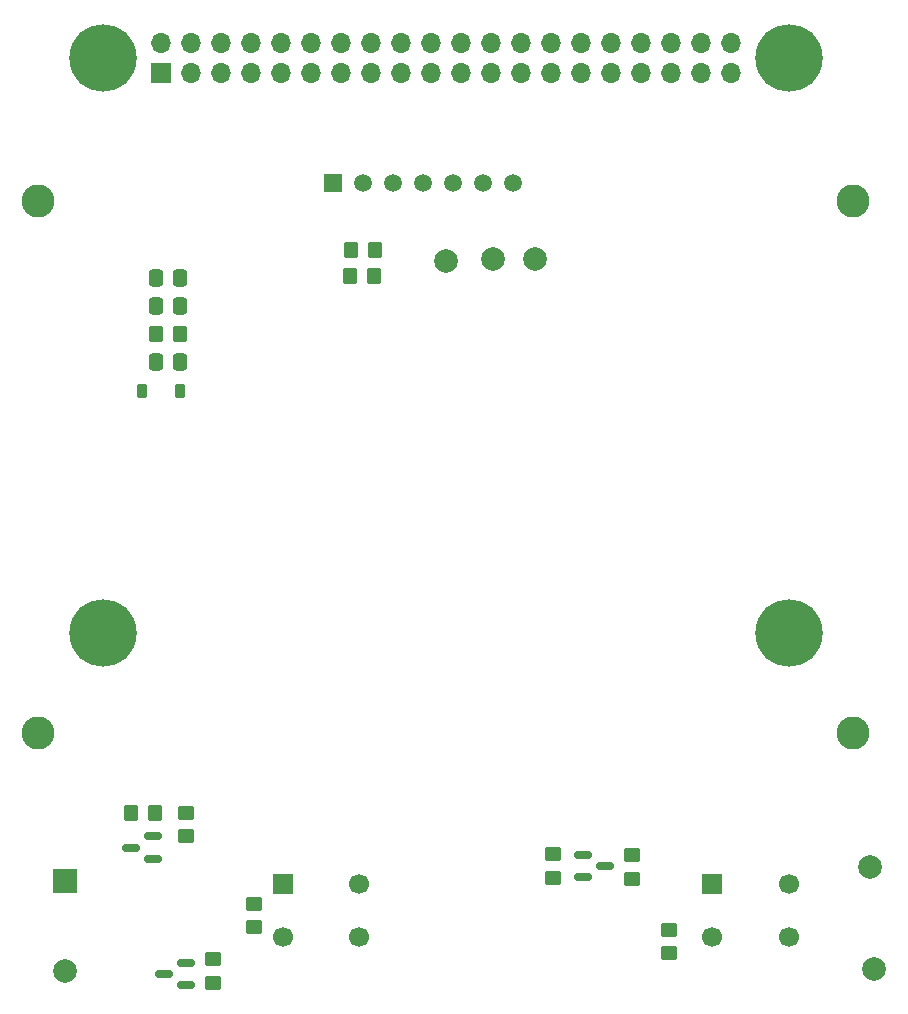
<source format=gbr>
%TF.GenerationSoftware,KiCad,Pcbnew,8.0.9-8.0.9-0~ubuntu24.04.1*%
%TF.CreationDate,2025-11-19T12:46:58-08:00*%
%TF.ProjectId,rover_monitor_r2,726f7665-725f-46d6-9f6e-69746f725f72,rev?*%
%TF.SameCoordinates,Original*%
%TF.FileFunction,Soldermask,Bot*%
%TF.FilePolarity,Negative*%
%FSLAX46Y46*%
G04 Gerber Fmt 4.6, Leading zero omitted, Abs format (unit mm)*
G04 Created by KiCad (PCBNEW 8.0.9-8.0.9-0~ubuntu24.04.1) date 2025-11-19 12:46:58*
%MOMM*%
%LPD*%
G01*
G04 APERTURE LIST*
G04 Aperture macros list*
%AMRoundRect*
0 Rectangle with rounded corners*
0 $1 Rounding radius*
0 $2 $3 $4 $5 $6 $7 $8 $9 X,Y pos of 4 corners*
0 Add a 4 corners polygon primitive as box body*
4,1,4,$2,$3,$4,$5,$6,$7,$8,$9,$2,$3,0*
0 Add four circle primitives for the rounded corners*
1,1,$1+$1,$2,$3*
1,1,$1+$1,$4,$5*
1,1,$1+$1,$6,$7*
1,1,$1+$1,$8,$9*
0 Add four rect primitives between the rounded corners*
20,1,$1+$1,$2,$3,$4,$5,0*
20,1,$1+$1,$4,$5,$6,$7,0*
20,1,$1+$1,$6,$7,$8,$9,0*
20,1,$1+$1,$8,$9,$2,$3,0*%
G04 Aperture macros list end*
%ADD10C,3.600000*%
%ADD11C,5.700000*%
%ADD12R,2.000000X2.000000*%
%ADD13C,2.000000*%
%ADD14RoundRect,0.250000X-0.350000X-0.450000X0.350000X-0.450000X0.350000X0.450000X-0.350000X0.450000X0*%
%ADD15RoundRect,0.250000X0.450000X-0.350000X0.450000X0.350000X-0.450000X0.350000X-0.450000X-0.350000X0*%
%ADD16RoundRect,0.250000X-0.337500X-0.475000X0.337500X-0.475000X0.337500X0.475000X-0.337500X0.475000X0*%
%ADD17RoundRect,0.250000X-0.450000X0.350000X-0.450000X-0.350000X0.450000X-0.350000X0.450000X0.350000X0*%
%ADD18R,1.700000X1.700000*%
%ADD19C,1.700000*%
%ADD20RoundRect,0.250000X0.337500X0.475000X-0.337500X0.475000X-0.337500X-0.475000X0.337500X-0.475000X0*%
%ADD21O,1.700000X1.700000*%
%ADD22RoundRect,0.225000X0.225000X0.375000X-0.225000X0.375000X-0.225000X-0.375000X0.225000X-0.375000X0*%
%ADD23RoundRect,0.150000X0.587500X0.150000X-0.587500X0.150000X-0.587500X-0.150000X0.587500X-0.150000X0*%
%ADD24RoundRect,0.150000X-0.587500X-0.150000X0.587500X-0.150000X0.587500X0.150000X-0.587500X0.150000X0*%
%ADD25C,1.500000*%
%ADD26R,1.500000X1.500000*%
%ADD27C,2.800000*%
G04 APERTURE END LIST*
D10*
%TO.C,H1*%
X56043600Y-66623200D03*
D11*
X56043600Y-66623200D03*
%TD*%
D12*
%TO.C,BZ1*%
X52813600Y-136323200D03*
D13*
X52813600Y-143923200D03*
%TD*%
%TO.C,GND1*%
X121313600Y-143723200D03*
%TD*%
D14*
%TO.C,R9*%
X77013600Y-82923200D03*
X79013600Y-82923200D03*
%TD*%
D15*
%TO.C,R7*%
X65313600Y-144923200D03*
X65313600Y-142923200D03*
%TD*%
D14*
%TO.C,R10*%
X76913600Y-85123200D03*
X78913600Y-85123200D03*
%TD*%
D16*
%TO.C,C2*%
X60476100Y-87623200D03*
X62551100Y-87623200D03*
%TD*%
D13*
%TO.C,Input1*%
X85013600Y-83823200D03*
%TD*%
D15*
%TO.C,R3*%
X100813600Y-136123200D03*
X100813600Y-134123200D03*
%TD*%
D17*
%TO.C,R2*%
X103913600Y-140423200D03*
X103913600Y-142423200D03*
%TD*%
D10*
%TO.C,H3*%
X56043600Y-115323200D03*
D11*
X56043600Y-115323200D03*
%TD*%
D13*
%TO.C,GND2*%
X120913600Y-135123200D03*
%TD*%
D18*
%TO.C,SW2*%
X107563600Y-136523200D03*
D19*
X114063600Y-136523200D03*
X107563600Y-141023200D03*
X114063600Y-141023200D03*
%TD*%
D17*
%TO.C,R4*%
X94113600Y-134023200D03*
X94113600Y-136023200D03*
%TD*%
D15*
%TO.C,R5*%
X63013600Y-132523200D03*
X63013600Y-130523200D03*
%TD*%
D20*
%TO.C,C3*%
X62551100Y-92323200D03*
X60476100Y-92323200D03*
%TD*%
D18*
%TO.C,U1*%
X60893600Y-67923200D03*
D21*
X60893600Y-65383200D03*
X63433600Y-67923200D03*
X63433600Y-65383200D03*
X65973600Y-67923200D03*
X65973600Y-65383200D03*
X68513600Y-67923200D03*
X68513600Y-65383200D03*
X71053600Y-67923200D03*
X71053600Y-65383200D03*
X73593600Y-67923200D03*
X73593600Y-65383200D03*
X76133600Y-67923200D03*
X76133600Y-65383200D03*
X78673600Y-67923200D03*
X78673600Y-65383200D03*
X81213600Y-67923200D03*
X81213600Y-65383200D03*
X83753600Y-67923200D03*
X83753600Y-65383200D03*
X86293600Y-67923200D03*
X86293600Y-65383200D03*
X88833600Y-67923200D03*
X88833600Y-65383200D03*
X91373600Y-67923200D03*
X91373600Y-65383200D03*
X93913600Y-67923200D03*
X93913600Y-65383200D03*
X96453600Y-67923200D03*
X96453600Y-65383200D03*
X98993600Y-67923200D03*
X98993600Y-65383200D03*
X101533600Y-67923200D03*
X101533600Y-65383200D03*
X104073600Y-67923200D03*
X104073600Y-65383200D03*
X106613600Y-67923200D03*
X106613600Y-65383200D03*
X109153600Y-67923200D03*
X109153600Y-65383200D03*
%TD*%
D17*
%TO.C,R1*%
X68813600Y-138223200D03*
X68813600Y-140223200D03*
%TD*%
D10*
%TO.C,H4*%
X114043600Y-115323200D03*
D11*
X114043600Y-115323200D03*
%TD*%
D13*
%TO.C,Input3*%
X92613600Y-83623200D03*
%TD*%
D20*
%TO.C,C1*%
X62551100Y-85223200D03*
X60476100Y-85223200D03*
%TD*%
D10*
%TO.C,H2*%
X114043600Y-66623200D03*
D11*
X114043600Y-66623200D03*
%TD*%
D22*
%TO.C,D3*%
X62563600Y-94823200D03*
X59263600Y-94823200D03*
%TD*%
D23*
%TO.C,Q2*%
X60213600Y-132523200D03*
X60213600Y-134423200D03*
X58338600Y-133473200D03*
%TD*%
D13*
%TO.C,Input2*%
X89013600Y-83623200D03*
%TD*%
D18*
%TO.C,SW1*%
X71213600Y-136523200D03*
D19*
X77713600Y-136523200D03*
X71213600Y-141023200D03*
X77713600Y-141023200D03*
%TD*%
D24*
%TO.C,Q1*%
X96613600Y-135973200D03*
X96613600Y-134073200D03*
X98488600Y-135023200D03*
%TD*%
D14*
%TO.C,R8*%
X60513600Y-90023200D03*
X62513600Y-90023200D03*
%TD*%
%TO.C,R6*%
X58413600Y-130523200D03*
X60413600Y-130523200D03*
%TD*%
D23*
%TO.C,Q3*%
X63013600Y-143223200D03*
X63013600Y-145123200D03*
X61138600Y-144173200D03*
%TD*%
D25*
%TO.C,U2*%
X90693600Y-77223200D03*
X88153600Y-77223200D03*
X85613600Y-77223200D03*
X83073600Y-77223200D03*
X80533600Y-77223200D03*
X77993600Y-77223200D03*
D26*
X75453600Y-77223200D03*
D27*
X119513600Y-123763200D03*
X119513600Y-78763200D03*
X50513600Y-123763200D03*
X50513600Y-78763200D03*
%TD*%
M02*

</source>
